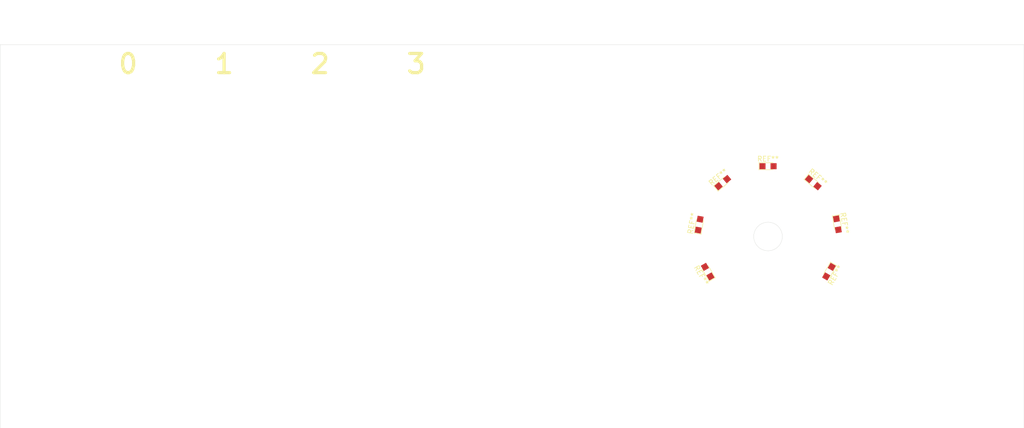
<source format=kicad_pcb>
(kicad_pcb (version 20171130) (host pcbnew "(5.1.4)-1")

  (general
    (thickness 1.6)
    (drawings 21)
    (tracks 0)
    (zones 0)
    (modules 7)
    (nets 1)
  )

  (page A4)
  (layers
    (0 F.Cu signal)
    (31 B.Cu signal)
    (32 B.Adhes user)
    (33 F.Adhes user)
    (34 B.Paste user)
    (35 F.Paste user)
    (36 B.SilkS user)
    (37 F.SilkS user)
    (38 B.Mask user)
    (39 F.Mask user)
    (40 Dwgs.User user)
    (41 Cmts.User user)
    (42 Eco1.User user)
    (43 Eco2.User user)
    (44 Edge.Cuts user)
    (45 Margin user)
    (46 B.CrtYd user)
    (47 F.CrtYd user)
    (48 B.Fab user)
    (49 F.Fab user)
  )

  (setup
    (last_trace_width 0.25)
    (trace_clearance 0.2)
    (zone_clearance 0.508)
    (zone_45_only no)
    (trace_min 0.2)
    (via_size 0.8)
    (via_drill 0.4)
    (via_min_size 0.4)
    (via_min_drill 0.3)
    (uvia_size 0.3)
    (uvia_drill 0.1)
    (uvias_allowed no)
    (uvia_min_size 0.2)
    (uvia_min_drill 0.1)
    (edge_width 0.05)
    (segment_width 0.2)
    (pcb_text_width 0.3)
    (pcb_text_size 1.5 1.5)
    (mod_edge_width 0.12)
    (mod_text_size 1 1)
    (mod_text_width 0.15)
    (pad_size 1.524 1.524)
    (pad_drill 0.762)
    (pad_to_mask_clearance 0.051)
    (solder_mask_min_width 0.25)
    (aux_axis_origin 0 0)
    (visible_elements FFFFFF7F)
    (pcbplotparams
      (layerselection 0x010fc_ffffffff)
      (usegerberextensions false)
      (usegerberattributes false)
      (usegerberadvancedattributes false)
      (creategerberjobfile false)
      (excludeedgelayer true)
      (linewidth 0.100000)
      (plotframeref false)
      (viasonmask false)
      (mode 1)
      (useauxorigin false)
      (hpglpennumber 1)
      (hpglpenspeed 20)
      (hpglpendiameter 15.000000)
      (psnegative false)
      (psa4output false)
      (plotreference true)
      (plotvalue true)
      (plotinvisibletext false)
      (padsonsilk false)
      (subtractmaskfromsilk false)
      (outputformat 1)
      (mirror false)
      (drillshape 1)
      (scaleselection 1)
      (outputdirectory ""))
  )

  (net 0 "")

  (net_class Default "This is the default net class."
    (clearance 0.2)
    (trace_width 0.25)
    (via_dia 0.8)
    (via_drill 0.4)
    (uvia_dia 0.3)
    (uvia_drill 0.1)
  )

  (module LEDs:LED_0805 (layer F.Cu) (tedit 59959803) (tstamp 5D76108F)
    (at 215.298375 121.285 240)
    (descr "LED 0805 smd package")
    (tags "LED led 0805 SMD smd SMT smt smdled SMDLED smtled SMTLED")
    (attr smd)
    (fp_text reference REF** (at 0 -1.45 60) (layer F.SilkS)
      (effects (font (size 1 1) (thickness 0.15)))
    )
    (fp_text value LED_0805 (at 0 1.55 60) (layer F.Fab)
      (effects (font (size 1 1) (thickness 0.15)))
    )
    (fp_text user %R (at 0 -1.25 60) (layer F.Fab)
      (effects (font (size 0.4 0.4) (thickness 0.1)))
    )
    (fp_line (start -1.95 -0.85) (end 1.95 -0.85) (layer F.CrtYd) (width 0.05))
    (fp_line (start -1.95 0.85) (end -1.95 -0.85) (layer F.CrtYd) (width 0.05))
    (fp_line (start 1.95 0.85) (end -1.95 0.85) (layer F.CrtYd) (width 0.05))
    (fp_line (start 1.95 -0.85) (end 1.95 0.85) (layer F.CrtYd) (width 0.05))
    (fp_line (start -1.8 -0.7) (end 1 -0.7) (layer F.SilkS) (width 0.12))
    (fp_line (start -1.8 0.7) (end 1 0.7) (layer F.SilkS) (width 0.12))
    (fp_line (start -1 0.6) (end -1 -0.6) (layer F.Fab) (width 0.1))
    (fp_line (start -1 -0.6) (end 1 -0.6) (layer F.Fab) (width 0.1))
    (fp_line (start 1 -0.6) (end 1 0.6) (layer F.Fab) (width 0.1))
    (fp_line (start 1 0.6) (end -1 0.6) (layer F.Fab) (width 0.1))
    (fp_line (start 0.2 -0.4) (end 0.2 0.4) (layer F.Fab) (width 0.1))
    (fp_line (start 0.2 0.4) (end -0.4 0) (layer F.Fab) (width 0.1))
    (fp_line (start -0.4 0) (end 0.2 -0.4) (layer F.Fab) (width 0.1))
    (fp_line (start -0.4 -0.4) (end -0.4 0.4) (layer F.Fab) (width 0.1))
    (fp_line (start -1.8 -0.7) (end -1.8 0.7) (layer F.SilkS) (width 0.12))
    (pad 1 smd rect (at -1.1 0 60) (size 1.2 1.2) (layers F.Cu F.Paste F.Mask))
    (pad 2 smd rect (at 1.1 0 60) (size 1.2 1.2) (layers F.Cu F.Paste F.Mask))
    (model ${KISYS3DMOD}/LEDs.3dshapes/LED_0805.wrl
      (at (xyz 0 0 0))
      (scale (xyz 1 1 1))
      (rotate (xyz 0 0 180))
    )
  )

  (module LEDs:LED_0805 (layer F.Cu) (tedit 59959803) (tstamp 5D76104F)
    (at 216.957764 111.874135 280)
    (descr "LED 0805 smd package")
    (tags "LED led 0805 SMD smd SMT smt smdled SMDLED smtled SMTLED")
    (attr smd)
    (fp_text reference REF** (at 0 -1.45 100) (layer F.SilkS)
      (effects (font (size 1 1) (thickness 0.15)))
    )
    (fp_text value LED_0805 (at 0 1.55 100) (layer F.Fab)
      (effects (font (size 1 1) (thickness 0.15)))
    )
    (fp_line (start -1.8 -0.7) (end -1.8 0.7) (layer F.SilkS) (width 0.12))
    (fp_line (start -0.4 -0.4) (end -0.4 0.4) (layer F.Fab) (width 0.1))
    (fp_line (start -0.4 0) (end 0.2 -0.4) (layer F.Fab) (width 0.1))
    (fp_line (start 0.2 0.4) (end -0.4 0) (layer F.Fab) (width 0.1))
    (fp_line (start 0.2 -0.4) (end 0.2 0.4) (layer F.Fab) (width 0.1))
    (fp_line (start 1 0.6) (end -1 0.6) (layer F.Fab) (width 0.1))
    (fp_line (start 1 -0.6) (end 1 0.6) (layer F.Fab) (width 0.1))
    (fp_line (start -1 -0.6) (end 1 -0.6) (layer F.Fab) (width 0.1))
    (fp_line (start -1 0.6) (end -1 -0.6) (layer F.Fab) (width 0.1))
    (fp_line (start -1.8 0.7) (end 1 0.7) (layer F.SilkS) (width 0.12))
    (fp_line (start -1.8 -0.7) (end 1 -0.7) (layer F.SilkS) (width 0.12))
    (fp_line (start 1.95 -0.85) (end 1.95 0.85) (layer F.CrtYd) (width 0.05))
    (fp_line (start 1.95 0.85) (end -1.95 0.85) (layer F.CrtYd) (width 0.05))
    (fp_line (start -1.95 0.85) (end -1.95 -0.85) (layer F.CrtYd) (width 0.05))
    (fp_line (start -1.95 -0.85) (end 1.95 -0.85) (layer F.CrtYd) (width 0.05))
    (fp_text user %R (at 0 -1.25 100) (layer F.Fab)
      (effects (font (size 0.4 0.4) (thickness 0.1)))
    )
    (pad 2 smd rect (at 1.1 0 100) (size 1.2 1.2) (layers F.Cu F.Paste F.Mask))
    (pad 1 smd rect (at -1.1 0 100) (size 1.2 1.2) (layers F.Cu F.Paste F.Mask))
    (model ${KISYS3DMOD}/LEDs.3dshapes/LED_0805.wrl
      (at (xyz 0 0 0))
      (scale (xyz 1 1 1))
      (rotate (xyz 0 0 180))
    )
  )

  (module LEDs:LED_0805 (layer F.Cu) (tedit 59959803) (tstamp 5D761010)
    (at 212.179743 103.598359 320)
    (descr "LED 0805 smd package")
    (tags "LED led 0805 SMD smd SMT smt smdled SMDLED smtled SMTLED")
    (attr smd)
    (fp_text reference REF** (at 0 -1.45 140) (layer F.SilkS)
      (effects (font (size 1 1) (thickness 0.15)))
    )
    (fp_text value LED_0805 (at 0 1.55 140) (layer F.Fab)
      (effects (font (size 1 1) (thickness 0.15)))
    )
    (fp_text user %R (at 0 -1.25 140) (layer F.Fab)
      (effects (font (size 0.4 0.4) (thickness 0.1)))
    )
    (fp_line (start -1.95 -0.85) (end 1.95 -0.85) (layer F.CrtYd) (width 0.05))
    (fp_line (start -1.95 0.85) (end -1.95 -0.85) (layer F.CrtYd) (width 0.05))
    (fp_line (start 1.95 0.85) (end -1.95 0.85) (layer F.CrtYd) (width 0.05))
    (fp_line (start 1.95 -0.85) (end 1.95 0.85) (layer F.CrtYd) (width 0.05))
    (fp_line (start -1.8 -0.7) (end 1 -0.7) (layer F.SilkS) (width 0.12))
    (fp_line (start -1.8 0.7) (end 1 0.7) (layer F.SilkS) (width 0.12))
    (fp_line (start -1 0.6) (end -1 -0.6) (layer F.Fab) (width 0.1))
    (fp_line (start -1 -0.6) (end 1 -0.6) (layer F.Fab) (width 0.1))
    (fp_line (start 1 -0.6) (end 1 0.6) (layer F.Fab) (width 0.1))
    (fp_line (start 1 0.6) (end -1 0.6) (layer F.Fab) (width 0.1))
    (fp_line (start 0.2 -0.4) (end 0.2 0.4) (layer F.Fab) (width 0.1))
    (fp_line (start 0.2 0.4) (end -0.4 0) (layer F.Fab) (width 0.1))
    (fp_line (start -0.4 0) (end 0.2 -0.4) (layer F.Fab) (width 0.1))
    (fp_line (start -0.4 -0.4) (end -0.4 0.4) (layer F.Fab) (width 0.1))
    (fp_line (start -1.8 -0.7) (end -1.8 0.7) (layer F.SilkS) (width 0.12))
    (pad 1 smd rect (at -1.1 0 140) (size 1.2 1.2) (layers F.Cu F.Paste F.Mask))
    (pad 2 smd rect (at 1.1 0 140) (size 1.2 1.2) (layers F.Cu F.Paste F.Mask))
    (model ${KISYS3DMOD}/LEDs.3dshapes/LED_0805.wrl
      (at (xyz 0 0 0))
      (scale (xyz 1 1 1))
      (rotate (xyz 0 0 180))
    )
  )

  (module LEDs:LED_0805 (layer F.Cu) (tedit 59959803) (tstamp 5D760FD1)
    (at 203.2 100.33)
    (descr "LED 0805 smd package")
    (tags "LED led 0805 SMD smd SMT smt smdled SMDLED smtled SMTLED")
    (attr smd)
    (fp_text reference REF** (at 0 -1.45) (layer F.SilkS)
      (effects (font (size 1 1) (thickness 0.15)))
    )
    (fp_text value LED_0805 (at 0 1.55) (layer F.Fab)
      (effects (font (size 1 1) (thickness 0.15)))
    )
    (fp_line (start -1.8 -0.7) (end -1.8 0.7) (layer F.SilkS) (width 0.12))
    (fp_line (start -0.4 -0.4) (end -0.4 0.4) (layer F.Fab) (width 0.1))
    (fp_line (start -0.4 0) (end 0.2 -0.4) (layer F.Fab) (width 0.1))
    (fp_line (start 0.2 0.4) (end -0.4 0) (layer F.Fab) (width 0.1))
    (fp_line (start 0.2 -0.4) (end 0.2 0.4) (layer F.Fab) (width 0.1))
    (fp_line (start 1 0.6) (end -1 0.6) (layer F.Fab) (width 0.1))
    (fp_line (start 1 -0.6) (end 1 0.6) (layer F.Fab) (width 0.1))
    (fp_line (start -1 -0.6) (end 1 -0.6) (layer F.Fab) (width 0.1))
    (fp_line (start -1 0.6) (end -1 -0.6) (layer F.Fab) (width 0.1))
    (fp_line (start -1.8 0.7) (end 1 0.7) (layer F.SilkS) (width 0.12))
    (fp_line (start -1.8 -0.7) (end 1 -0.7) (layer F.SilkS) (width 0.12))
    (fp_line (start 1.95 -0.85) (end 1.95 0.85) (layer F.CrtYd) (width 0.05))
    (fp_line (start 1.95 0.85) (end -1.95 0.85) (layer F.CrtYd) (width 0.05))
    (fp_line (start -1.95 0.85) (end -1.95 -0.85) (layer F.CrtYd) (width 0.05))
    (fp_line (start -1.95 -0.85) (end 1.95 -0.85) (layer F.CrtYd) (width 0.05))
    (fp_text user %R (at 0 -1.25) (layer F.Fab)
      (effects (font (size 0.4 0.4) (thickness 0.1)))
    )
    (pad 2 smd rect (at 1.1 0 180) (size 1.2 1.2) (layers F.Cu F.Paste F.Mask))
    (pad 1 smd rect (at -1.1 0 180) (size 1.2 1.2) (layers F.Cu F.Paste F.Mask))
    (model ${KISYS3DMOD}/LEDs.3dshapes/LED_0805.wrl
      (at (xyz 0 0 0))
      (scale (xyz 1 1 1))
      (rotate (xyz 0 0 180))
    )
  )

  (module LEDs:LED_0805 (layer F.Cu) (tedit 59959803) (tstamp 5D7609CB)
    (at 191.220001 121.285 120)
    (descr "LED 0805 smd package")
    (tags "LED led 0805 SMD smd SMT smt smdled SMDLED smtled SMTLED")
    (attr smd)
    (fp_text reference REF** (at 0 -1.45 120) (layer F.SilkS)
      (effects (font (size 1 1) (thickness 0.15)))
    )
    (fp_text value LED_0805 (at 0 1.55 120) (layer F.Fab)
      (effects (font (size 1 1) (thickness 0.15)))
    )
    (fp_text user %R (at 0 -1.25 120) (layer F.Fab)
      (effects (font (size 0.4 0.4) (thickness 0.1)))
    )
    (fp_line (start -1.95 -0.85) (end 1.95 -0.85) (layer F.CrtYd) (width 0.05))
    (fp_line (start -1.95 0.85) (end -1.95 -0.85) (layer F.CrtYd) (width 0.05))
    (fp_line (start 1.95 0.85) (end -1.95 0.85) (layer F.CrtYd) (width 0.05))
    (fp_line (start 1.95 -0.85) (end 1.95 0.85) (layer F.CrtYd) (width 0.05))
    (fp_line (start -1.8 -0.7) (end 1 -0.7) (layer F.SilkS) (width 0.12))
    (fp_line (start -1.8 0.7) (end 1 0.7) (layer F.SilkS) (width 0.12))
    (fp_line (start -1 0.6) (end -1 -0.6) (layer F.Fab) (width 0.1))
    (fp_line (start -1 -0.6) (end 1 -0.6) (layer F.Fab) (width 0.1))
    (fp_line (start 1 -0.6) (end 1 0.6) (layer F.Fab) (width 0.1))
    (fp_line (start 1 0.6) (end -1 0.6) (layer F.Fab) (width 0.1))
    (fp_line (start 0.2 -0.4) (end 0.2 0.4) (layer F.Fab) (width 0.1))
    (fp_line (start 0.2 0.4) (end -0.4 0) (layer F.Fab) (width 0.1))
    (fp_line (start -0.4 0) (end 0.2 -0.4) (layer F.Fab) (width 0.1))
    (fp_line (start -0.4 -0.4) (end -0.4 0.4) (layer F.Fab) (width 0.1))
    (fp_line (start -1.8 -0.7) (end -1.8 0.7) (layer F.SilkS) (width 0.12))
    (pad 1 smd rect (at -1.1 0 300) (size 1.2 1.2) (layers F.Cu F.Paste F.Mask))
    (pad 2 smd rect (at 1.1 0 300) (size 1.2 1.2) (layers F.Cu F.Paste F.Mask))
    (model ${KISYS3DMOD}/LEDs.3dshapes/LED_0805.wrl
      (at (xyz 0 0 0))
      (scale (xyz 1 1 1))
      (rotate (xyz 0 0 180))
    )
  )

  (module LEDs:LED_0805 (layer F.Cu) (tedit 59959803) (tstamp 5D76098C)
    (at 189.532917 111.950225 80)
    (descr "LED 0805 smd package")
    (tags "LED led 0805 SMD smd SMT smt smdled SMDLED smtled SMTLED")
    (attr smd)
    (fp_text reference REF** (at 0 -1.45 80) (layer F.SilkS)
      (effects (font (size 1 1) (thickness 0.15)))
    )
    (fp_text value LED_0805 (at 0 1.55 80) (layer F.Fab)
      (effects (font (size 1 1) (thickness 0.15)))
    )
    (fp_line (start -1.8 -0.7) (end -1.8 0.7) (layer F.SilkS) (width 0.12))
    (fp_line (start -0.4 -0.4) (end -0.4 0.4) (layer F.Fab) (width 0.1))
    (fp_line (start -0.4 0) (end 0.2 -0.4) (layer F.Fab) (width 0.1))
    (fp_line (start 0.2 0.4) (end -0.4 0) (layer F.Fab) (width 0.1))
    (fp_line (start 0.2 -0.4) (end 0.2 0.4) (layer F.Fab) (width 0.1))
    (fp_line (start 1 0.6) (end -1 0.6) (layer F.Fab) (width 0.1))
    (fp_line (start 1 -0.6) (end 1 0.6) (layer F.Fab) (width 0.1))
    (fp_line (start -1 -0.6) (end 1 -0.6) (layer F.Fab) (width 0.1))
    (fp_line (start -1 0.6) (end -1 -0.6) (layer F.Fab) (width 0.1))
    (fp_line (start -1.8 0.7) (end 1 0.7) (layer F.SilkS) (width 0.12))
    (fp_line (start -1.8 -0.7) (end 1 -0.7) (layer F.SilkS) (width 0.12))
    (fp_line (start 1.95 -0.85) (end 1.95 0.85) (layer F.CrtYd) (width 0.05))
    (fp_line (start 1.95 0.85) (end -1.95 0.85) (layer F.CrtYd) (width 0.05))
    (fp_line (start -1.95 0.85) (end -1.95 -0.85) (layer F.CrtYd) (width 0.05))
    (fp_line (start -1.95 -0.85) (end 1.95 -0.85) (layer F.CrtYd) (width 0.05))
    (fp_text user %R (at 0 -1.25 80) (layer F.Fab)
      (effects (font (size 0.4 0.4) (thickness 0.1)))
    )
    (pad 2 smd rect (at 1.1 0 260) (size 1.2 1.2) (layers F.Cu F.Paste F.Mask))
    (pad 1 smd rect (at -1.1 0 260) (size 1.2 1.2) (layers F.Cu F.Paste F.Mask))
    (model ${KISYS3DMOD}/LEDs.3dshapes/LED_0805.wrl
      (at (xyz 0 0 0))
      (scale (xyz 1 1 1))
      (rotate (xyz 0 0 180))
    )
  )

  (module LEDs:LED_0805 (layer F.Cu) (tedit 59959803) (tstamp 5D76096C)
    (at 194.220257 103.598359 40)
    (descr "LED 0805 smd package")
    (tags "LED led 0805 SMD smd SMT smt smdled SMDLED smtled SMTLED")
    (attr smd)
    (fp_text reference REF** (at 0 -1.45 40) (layer F.SilkS)
      (effects (font (size 1 1) (thickness 0.15)))
    )
    (fp_text value LED_0805 (at 0 1.55 40) (layer F.Fab)
      (effects (font (size 1 1) (thickness 0.15)))
    )
    (fp_text user %R (at 0 -1.25 40) (layer F.Fab)
      (effects (font (size 0.4 0.4) (thickness 0.1)))
    )
    (fp_line (start -1.95 -0.85) (end 1.95 -0.85) (layer F.CrtYd) (width 0.05))
    (fp_line (start -1.95 0.85) (end -1.95 -0.85) (layer F.CrtYd) (width 0.05))
    (fp_line (start 1.95 0.85) (end -1.95 0.85) (layer F.CrtYd) (width 0.05))
    (fp_line (start 1.95 -0.85) (end 1.95 0.85) (layer F.CrtYd) (width 0.05))
    (fp_line (start -1.8 -0.7) (end 1 -0.7) (layer F.SilkS) (width 0.12))
    (fp_line (start -1.8 0.7) (end 1 0.7) (layer F.SilkS) (width 0.12))
    (fp_line (start -1 0.6) (end -1 -0.6) (layer F.Fab) (width 0.1))
    (fp_line (start -1 -0.6) (end 1 -0.6) (layer F.Fab) (width 0.1))
    (fp_line (start 1 -0.6) (end 1 0.6) (layer F.Fab) (width 0.1))
    (fp_line (start 1 0.6) (end -1 0.6) (layer F.Fab) (width 0.1))
    (fp_line (start 0.2 -0.4) (end 0.2 0.4) (layer F.Fab) (width 0.1))
    (fp_line (start 0.2 0.4) (end -0.4 0) (layer F.Fab) (width 0.1))
    (fp_line (start -0.4 0) (end 0.2 -0.4) (layer F.Fab) (width 0.1))
    (fp_line (start -0.4 -0.4) (end -0.4 0.4) (layer F.Fab) (width 0.1))
    (fp_line (start -1.8 -0.7) (end -1.8 0.7) (layer F.SilkS) (width 0.12))
    (pad 1 smd rect (at -1.1 0 220) (size 1.2 1.2) (layers F.Cu F.Paste F.Mask))
    (pad 2 smd rect (at 1.1 0 220) (size 1.2 1.2) (layers F.Cu F.Paste F.Mask))
    (model ${KISYS3DMOD}/LEDs.3dshapes/LED_0805.wrl
      (at (xyz 0 0 0))
      (scale (xyz 1 1 1))
      (rotate (xyz 0 0 180))
    )
  )

  (gr_circle (center 203.2 114.3) (end 209.55 114.3) (layer Dwgs.User) (width 12.7))
  (gr_circle (center 203.2 114.3) (end 211.455 114.3) (layer B.Mask) (width 16.51) (tstamp 5D760970))
  (gr_circle (center 203.2 114.3) (end 211.455 114.3) (layer F.Mask) (width 16.51))
  (gr_circle (center 133.35 76.2) (end 137.795 76.2) (layer B.Mask) (width 8.89) (tstamp 5D75EBEA))
  (gr_circle (center 114.3 76.2) (end 118.745 76.2) (layer B.Mask) (width 8.89) (tstamp 5D75EBE8))
  (gr_circle (center 95.25 76.2) (end 99.695 76.2) (layer B.Mask) (width 8.89) (tstamp 5D75EBE6))
  (gr_circle (center 76.2 76.2) (end 80.645 76.2) (layer B.Mask) (width 8.89) (tstamp 5D75EBE2))
  (gr_circle (center 76.2 76.2) (end 80.645 76.2) (layer F.Mask) (width 8.89) (tstamp 5D75EBD8))
  (gr_circle (center 95.25 76.2) (end 99.695 76.2) (layer F.Mask) (width 8.89) (tstamp 5D75EBD2))
  (gr_circle (center 133.35 76.2) (end 137.795 76.2) (layer F.Mask) (width 8.89))
  (gr_circle (center 114.3 76.2) (end 118.745 76.2) (layer F.Mask) (width 8.89))
  (gr_text 3 (at 133.35 80.01) (layer F.SilkS) (tstamp 5D75EB8C)
    (effects (font (size 3.81 3.81) (thickness 0.635)))
  )
  (gr_text 2 (at 114.3 80.01) (layer F.SilkS) (tstamp 5D75EB8A)
    (effects (font (size 3.81 3.81) (thickness 0.635)))
  )
  (gr_text 1 (at 95.25 80.01) (layer F.SilkS) (tstamp 5D75EB88)
    (effects (font (size 3.81 3.81) (thickness 0.635)))
  )
  (gr_text 0 (at 76.2 80.01) (layer F.SilkS)
    (effects (font (size 3.81 3.81) (thickness 0.635)))
  )
  (gr_circle (center 165.1 114.3) (end 171.45 114.935) (layer Dwgs.User) (width 0.15))
  (gr_circle (center 203.2 114.3) (end 205.74 113.03) (layer Edge.Cuts) (width 0.05))
  (gr_line (start 254 76.2) (end 50.8 76.2) (layer Edge.Cuts) (width 0.05) (tstamp 5D75E6DA))
  (gr_line (start 254 152.4) (end 254 76.2) (layer Edge.Cuts) (width 0.05))
  (gr_line (start 50.8 152.4) (end 254 152.4) (layer Edge.Cuts) (width 0.05))
  (gr_line (start 50.8 76.2) (end 50.8 152.4) (layer Edge.Cuts) (width 0.05))

)

</source>
